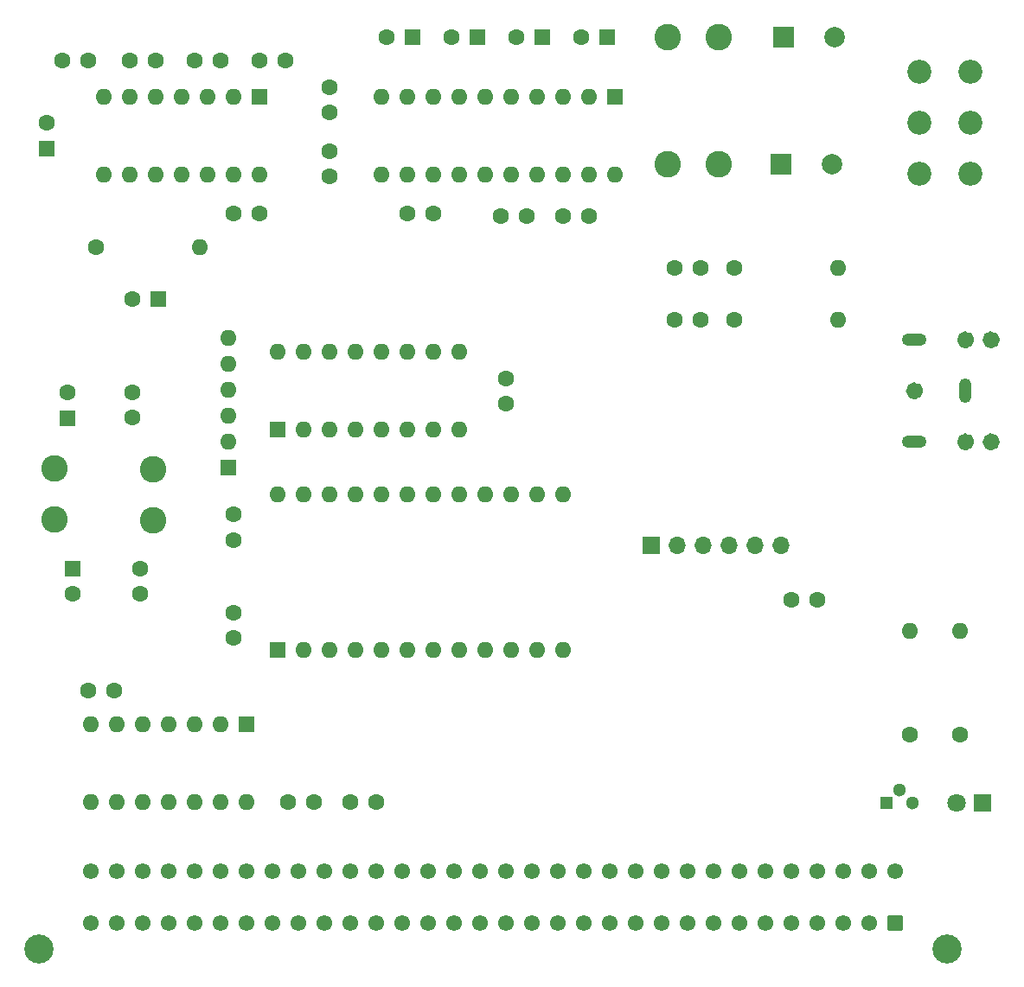
<source format=gbs>
G04 #@! TF.GenerationSoftware,KiCad,Pcbnew,(5.1.10)-1*
G04 #@! TF.CreationDate,2021-07-30T10:23:40+01:00*
G04 #@! TF.ProjectId,AudioYM2151,41756469-6f59-44d3-9231-35312e6b6963,rev?*
G04 #@! TF.SameCoordinates,Original*
G04 #@! TF.FileFunction,Soldermask,Bot*
G04 #@! TF.FilePolarity,Negative*
%FSLAX46Y46*%
G04 Gerber Fmt 4.6, Leading zero omitted, Abs format (unit mm)*
G04 Created by KiCad (PCBNEW (5.1.10)-1) date 2021-07-30 10:23:40*
%MOMM*%
%LPD*%
G01*
G04 APERTURE LIST*
%ADD10C,0.854000*%
%ADD11C,2.000000*%
%ADD12R,2.000000X2.000000*%
%ADD13C,2.600000*%
%ADD14C,1.600000*%
%ADD15R,1.600000X1.600000*%
%ADD16O,1.600000X1.600000*%
%ADD17C,2.340000*%
%ADD18R,1.300000X1.300000*%
%ADD19C,1.300000*%
%ADD20C,1.200000*%
%ADD21O,2.416000X1.208000*%
%ADD22O,1.208000X2.416000*%
%ADD23C,1.550000*%
%ADD24C,2.850000*%
%ADD25O,1.700000X1.700000*%
%ADD26R,1.700000X1.700000*%
%ADD27C,1.800000*%
%ADD28R,1.800000X1.800000*%
G04 APERTURE END LIST*
D10*
X198547000Y-87573000D02*
G75*
G03*
X198547000Y-87573000I-427000J0D01*
G01*
X196047000Y-87573000D02*
G75*
G03*
X196047000Y-87573000I-427000J0D01*
G01*
X198547000Y-97573000D02*
G75*
G03*
X198547000Y-97573000I-427000J0D01*
G01*
X196047000Y-97573000D02*
G75*
G03*
X196047000Y-97573000I-427000J0D01*
G01*
X191047000Y-92573000D02*
G75*
G03*
X191047000Y-92573000I-427000J0D01*
G01*
D11*
X182546000Y-70358000D03*
D12*
X177546000Y-70358000D03*
D11*
X182800000Y-57912000D03*
D12*
X177800000Y-57912000D03*
D13*
X171450000Y-57912000D03*
X166450000Y-57912000D03*
X171450000Y-70358000D03*
X166450000Y-70358000D03*
X116078000Y-105266500D03*
X116078000Y-100266500D03*
X106426000Y-105139500D03*
X106426000Y-100139500D03*
D14*
X107696000Y-92750000D03*
D15*
X107696000Y-95250000D03*
D14*
X108204000Y-112482000D03*
D15*
X108204000Y-109982000D03*
D16*
X161290000Y-71374000D03*
X138430000Y-63754000D03*
X158750000Y-71374000D03*
X140970000Y-63754000D03*
X156210000Y-71374000D03*
X143510000Y-63754000D03*
X153670000Y-71374000D03*
X146050000Y-63754000D03*
X151130000Y-71374000D03*
X148590000Y-63754000D03*
X148590000Y-71374000D03*
X151130000Y-63754000D03*
X146050000Y-71374000D03*
X153670000Y-63754000D03*
X143510000Y-71374000D03*
X156210000Y-63754000D03*
X140970000Y-71374000D03*
X158750000Y-63754000D03*
X138430000Y-71374000D03*
D15*
X161290000Y-63754000D03*
D16*
X126492000Y-71374000D03*
X111252000Y-63754000D03*
X123952000Y-71374000D03*
X113792000Y-63754000D03*
X121412000Y-71374000D03*
X116332000Y-63754000D03*
X118872000Y-71374000D03*
X118872000Y-63754000D03*
X116332000Y-71374000D03*
X121412000Y-63754000D03*
X113792000Y-71374000D03*
X123952000Y-63754000D03*
X111252000Y-71374000D03*
D15*
X126492000Y-63754000D03*
D16*
X128270000Y-88773000D03*
X146050000Y-96393000D03*
X130810000Y-88773000D03*
X143510000Y-96393000D03*
X133350000Y-88773000D03*
X140970000Y-96393000D03*
X135890000Y-88773000D03*
X138430000Y-96393000D03*
X138430000Y-88773000D03*
X135890000Y-96393000D03*
X140970000Y-88773000D03*
X133350000Y-96393000D03*
X143510000Y-88773000D03*
X130810000Y-96393000D03*
X146050000Y-88773000D03*
D15*
X128270000Y-96393000D03*
D16*
X128270000Y-102743000D03*
X156210000Y-117983000D03*
X130810000Y-102743000D03*
X153670000Y-117983000D03*
X133350000Y-102743000D03*
X151130000Y-117983000D03*
X135890000Y-102743000D03*
X148590000Y-117983000D03*
X138430000Y-102743000D03*
X146050000Y-117983000D03*
X140970000Y-102743000D03*
X143510000Y-117983000D03*
X143510000Y-102743000D03*
X140970000Y-117983000D03*
X146050000Y-102743000D03*
X138430000Y-117983000D03*
X148590000Y-102743000D03*
X135890000Y-117983000D03*
X151130000Y-102743000D03*
X133350000Y-117983000D03*
X153670000Y-102743000D03*
X130810000Y-117983000D03*
X156210000Y-102743000D03*
D15*
X128270000Y-117983000D03*
D16*
X125222000Y-132842000D03*
X109982000Y-125222000D03*
X122682000Y-132842000D03*
X112522000Y-125222000D03*
X120142000Y-132842000D03*
X115062000Y-125222000D03*
X117602000Y-132842000D03*
X117602000Y-125222000D03*
X115062000Y-132842000D03*
X120142000Y-125222000D03*
X112522000Y-132842000D03*
X122682000Y-125222000D03*
X109982000Y-132842000D03*
D15*
X125222000Y-125222000D03*
D17*
X191088000Y-71294000D03*
X191088000Y-66294000D03*
X191088000Y-61294000D03*
X196088000Y-71294000D03*
X196088000Y-66294000D03*
X196088000Y-61294000D03*
D16*
X123444000Y-87376000D03*
X123444000Y-89916000D03*
X123444000Y-92456000D03*
X123444000Y-94996000D03*
X123444000Y-97536000D03*
D15*
X123444000Y-100076000D03*
D16*
X183134000Y-80518000D03*
D14*
X172974000Y-80518000D03*
D16*
X183134000Y-85598000D03*
D14*
X172974000Y-85598000D03*
D16*
X120650000Y-78486000D03*
D14*
X110490000Y-78486000D03*
D16*
X195072000Y-116078000D03*
D14*
X195072000Y-126238000D03*
D16*
X190119000Y-116078000D03*
D14*
X190119000Y-126238000D03*
D18*
X187833000Y-132905500D03*
D19*
X190373000Y-132905500D03*
X189103000Y-131635500D03*
D20*
X198120000Y-97573000D03*
X198120000Y-87573000D03*
X195620000Y-87573000D03*
X195620000Y-97573000D03*
X190620000Y-92573000D03*
D21*
X190620000Y-97573000D03*
X190620000Y-87573000D03*
D22*
X195620000Y-92573000D03*
D23*
X109984000Y-139628000D03*
X112524000Y-139628000D03*
X115064000Y-139628000D03*
X117604000Y-139628000D03*
X120144000Y-139628000D03*
X122684000Y-139628000D03*
X125224000Y-139628000D03*
X127764000Y-139628000D03*
X130304000Y-139628000D03*
X132844000Y-139628000D03*
X135384000Y-139628000D03*
X137924000Y-139628000D03*
X140464000Y-139628000D03*
X143004000Y-139628000D03*
X145544000Y-139628000D03*
X148084000Y-139628000D03*
X150624000Y-139628000D03*
X153164000Y-139628000D03*
X155704000Y-139628000D03*
X158244000Y-139628000D03*
X160784000Y-139628000D03*
X163324000Y-139628000D03*
X165864000Y-139628000D03*
X168404000Y-139628000D03*
X170944000Y-139628000D03*
X173484000Y-139628000D03*
X176024000Y-139628000D03*
X178564000Y-139628000D03*
X181104000Y-139628000D03*
X183644000Y-139628000D03*
X186184000Y-139628000D03*
X188724000Y-139628000D03*
X109984000Y-144708000D03*
X112524000Y-144708000D03*
X115064000Y-144708000D03*
X117604000Y-144708000D03*
X120144000Y-144708000D03*
X122684000Y-144708000D03*
X125224000Y-144708000D03*
X127764000Y-144708000D03*
X130304000Y-144708000D03*
X132844000Y-144708000D03*
X135384000Y-144708000D03*
X137924000Y-144708000D03*
X140464000Y-144708000D03*
X143004000Y-144708000D03*
X145544000Y-144708000D03*
X148084000Y-144708000D03*
X150624000Y-144708000D03*
X153164000Y-144708000D03*
X155704000Y-144708000D03*
X158244000Y-144708000D03*
X160784000Y-144708000D03*
X163324000Y-144708000D03*
X165864000Y-144708000D03*
X168404000Y-144708000D03*
X170944000Y-144708000D03*
X173484000Y-144708000D03*
X176024000Y-144708000D03*
X178564000Y-144708000D03*
X181104000Y-144708000D03*
X183644000Y-144708000D03*
X186184000Y-144708000D03*
G36*
G01*
X189499000Y-144182998D02*
X189499000Y-145233002D01*
G75*
G02*
X189249002Y-145483000I-249998J0D01*
G01*
X188198998Y-145483000D01*
G75*
G02*
X187949000Y-145233002I0J249998D01*
G01*
X187949000Y-144182998D01*
G75*
G02*
X188198998Y-143933000I249998J0D01*
G01*
X189249002Y-143933000D01*
G75*
G02*
X189499000Y-144182998I0J-249998D01*
G01*
G37*
D24*
X104904000Y-147248000D03*
X193804000Y-147248000D03*
D25*
X177546000Y-107696000D03*
X175006000Y-107696000D03*
X172466000Y-107696000D03*
X169926000Y-107696000D03*
X167386000Y-107696000D03*
D26*
X164846000Y-107696000D03*
D27*
X194691000Y-132905500D03*
D28*
X197231000Y-132905500D03*
D14*
X169632000Y-80518000D03*
X167132000Y-80518000D03*
X169672000Y-85598000D03*
X167172000Y-85598000D03*
X156250000Y-75438000D03*
X158750000Y-75438000D03*
X143510000Y-75184000D03*
X141010000Y-75184000D03*
X138978000Y-57912000D03*
D15*
X141478000Y-57912000D03*
D14*
X145328000Y-57912000D03*
D15*
X147828000Y-57912000D03*
D14*
X150114000Y-75438000D03*
X152614000Y-75438000D03*
X158028000Y-57912000D03*
D15*
X160528000Y-57912000D03*
D14*
X151678000Y-57912000D03*
D15*
X154178000Y-57912000D03*
D14*
X133350000Y-62810000D03*
X133350000Y-65310000D03*
X133350000Y-71588000D03*
X133350000Y-69088000D03*
X105664000Y-66334000D03*
D15*
X105664000Y-68834000D03*
D14*
X116332000Y-60198000D03*
X113832000Y-60198000D03*
X122642000Y-60198000D03*
X120142000Y-60198000D03*
X123992000Y-75184000D03*
X126492000Y-75184000D03*
X123952000Y-104688000D03*
X123952000Y-107188000D03*
X114086000Y-83566000D03*
D15*
X116586000Y-83566000D03*
D14*
X150622000Y-93853000D03*
X150622000Y-91353000D03*
X123952000Y-114300000D03*
X123952000Y-116800000D03*
X109688000Y-60198000D03*
X107188000Y-60198000D03*
X128992000Y-60198000D03*
X126492000Y-60198000D03*
X131826000Y-132842000D03*
X129326000Y-132842000D03*
X114046000Y-92710000D03*
X114046000Y-95210000D03*
X114808000Y-112482000D03*
X114808000Y-109982000D03*
X181102000Y-113030000D03*
X178602000Y-113030000D03*
X135422000Y-132842000D03*
X137922000Y-132842000D03*
X112268000Y-121920000D03*
X109768000Y-121920000D03*
M02*

</source>
